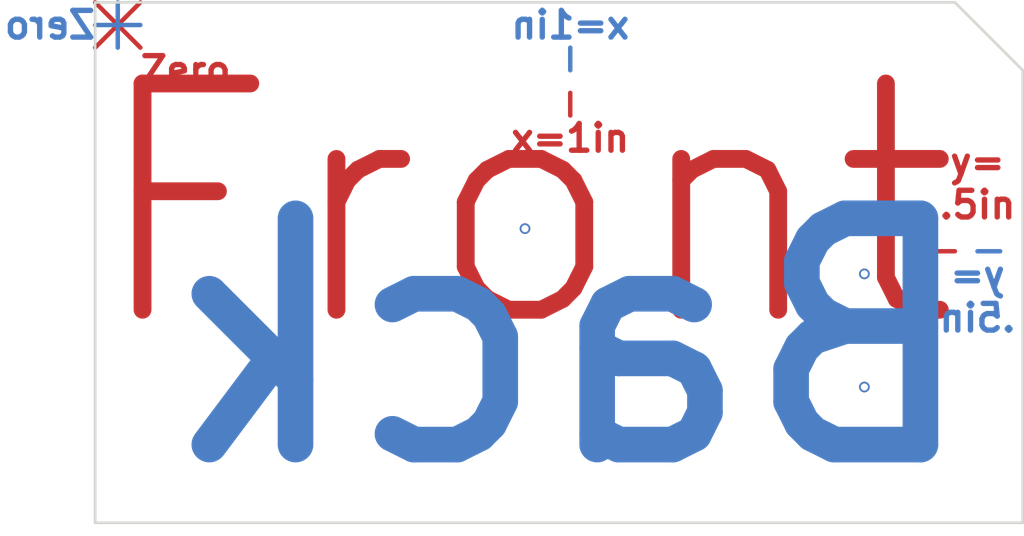
<source format=kicad_pcb>
(kicad_pcb (version 20171130) (host pcbnew 5.0.2+dfsg1-1)

  (general
    (thickness 1.6)
    (drawings 13)
    (tracks 11)
    (zones 0)
    (modules 0)
    (nets 1)
  )

  (page A4)
  (layers
    (0 F.Cu signal)
    (31 B.Cu signal)
    (32 B.Adhes user)
    (33 F.Adhes user)
    (34 B.Paste user)
    (35 F.Paste user)
    (36 B.SilkS user)
    (37 F.SilkS user)
    (38 B.Mask user)
    (39 F.Mask user)
    (40 Dwgs.User user)
    (41 Cmts.User user)
    (42 Eco1.User user)
    (43 Eco2.User user)
    (44 Edge.Cuts user)
    (45 Margin user)
    (46 B.CrtYd user)
    (47 F.CrtYd user)
    (48 B.Fab user)
    (49 F.Fab user)
  )

  (setup
    (last_trace_width 0.25)
    (trace_clearance 0.2)
    (zone_clearance 0.508)
    (zone_45_only no)
    (trace_min 0.2)
    (segment_width 0.2)
    (edge_width 0.15)
    (via_size 0.6)
    (via_drill 0.4)
    (via_min_size 0.4)
    (via_min_drill 0.3)
    (uvia_size 0.3)
    (uvia_drill 0.1)
    (uvias_allowed no)
    (uvia_min_size 0.2)
    (uvia_min_drill 0.1)
    (pcb_text_width 0.3)
    (pcb_text_size 1.5 1.5)
    (mod_edge_width 0.15)
    (mod_text_size 1 1)
    (mod_text_width 0.15)
    (pad_size 1.524 1.524)
    (pad_drill 0.762)
    (pad_to_mask_clearance 0.2)
    (solder_mask_min_width 0.25)
    (aux_axis_origin 0 0)
    (visible_elements FFFFFF7F)
    (pcbplotparams
      (layerselection 0x01000_ffffffff)
      (usegerberextensions false)
      (usegerberattributes false)
      (usegerberadvancedattributes false)
      (creategerberjobfile false)
      (excludeedgelayer true)
      (linewidth 0.100000)
      (plotframeref false)
      (viasonmask false)
      (mode 1)
      (useauxorigin false)
      (hpglpennumber 1)
      (hpglpenspeed 20)
      (hpglpendiameter 15.000000)
      (psnegative false)
      (psa4output false)
      (plotreference true)
      (plotvalue true)
      (plotinvisibletext false)
      (padsonsilk false)
      (subtractmaskfromsilk false)
      (outputformat 1)
      (mirror false)
      (drillshape 0)
      (scaleselection 1)
      (outputdirectory ""))
  )

  (net 0 "")

  (net_class Default "This is the default net class."
    (clearance 0.2)
    (trace_width 0.25)
    (via_dia 0.6)
    (via_drill 0.4)
    (uvia_dia 0.3)
    (uvia_drill 0.1)
  )

  (gr_text "y=\n.5in" (at 48.26 15.24) (layer B.Cu)
    (effects (font (size 1.5 1.5) (thickness 0.3)) (justify mirror))
  )
  (gr_text "y=\n.5in" (at 48.26 8.89) (layer F.Cu)
    (effects (font (size 1.5 1.5) (thickness 0.3)))
  )
  (gr_text x=1in (at 25.4 6.35) (layer F.Cu)
    (effects (font (size 1.5 1.5) (thickness 0.3)))
  )
  (gr_text x=1in (at 25.4 0) (layer B.Cu)
    (effects (font (size 1.5 1.5) (thickness 0.3)) (justify mirror))
  )
  (gr_text Zero (at -3.81 0) (layer B.Cu)
    (effects (font (size 1.5 1.5) (thickness 0.3)) (justify mirror))
  )
  (gr_text Zero (at 3.81 2.54) (layer F.Cu)
    (effects (font (size 1.5 1.5) (thickness 0.3)))
  )
  (gr_text Back (at 25.4 17.78) (layer B.Cu)
    (effects (font (size 12.7 12.7) (thickness 2)) (justify mirror))
  )
  (gr_text Front (at 22.86 10.16) (layer F.Cu)
    (effects (font (size 12.7 12.7) (thickness 1)))
  )
  (gr_line (start -1.27 27.94) (end -1.27 -1.27) (angle 90) (layer Edge.Cuts) (width 0.15))
  (gr_line (start 50.8 27.94) (end -1.27 27.94) (angle 90) (layer Edge.Cuts) (width 0.15))
  (gr_line (start 50.8 2.54) (end 50.8 27.94) (angle 90) (layer Edge.Cuts) (width 0.15))
  (gr_line (start 46.99 -1.27) (end 50.8 2.54) (angle 90) (layer Edge.Cuts) (width 0.15))
  (gr_line (start -1.27 -1.27) (end 46.99 -1.27) (angle 90) (layer Edge.Cuts) (width 0.15))

  (segment (start -1.27 -1.27) (end 1.27 1.27) (width 0.25) (layer F.Cu) (net 0))
  (segment (start 1.27 -1.27) (end -1.27 1.27) (width 0.25) (layer F.Cu) (net 0))
  (segment (start 0 -1.27) (end 0 1.27) (width 0.25) (layer B.Cu) (net 0))
  (segment (start -1.27 0) (end 1.27 0) (width 0.25) (layer B.Cu) (net 0))
  (via (at 22.86 11.43) (size 0.6) (drill 0.4) (layers F.Cu B.Cu) (net 0))
  (via (at 41.91 13.97) (size 0.6) (drill 0.4) (layers F.Cu B.Cu) (net 0))
  (via (at 41.91 20.32) (size 0.6) (drill 0.4) (layers F.Cu B.Cu) (net 0))
  (segment (start 25.4 1.27) (end 25.4 2.54) (width 0.25) (layer B.Cu) (net 0))
  (segment (start 25.4 3.81) (end 25.4 5.08) (width 0.25) (layer F.Cu) (net 0))
  (segment (start 48.26 12.7) (end 49.53 12.7) (width 0.25) (layer B.Cu) (net 0))
  (segment (start 46.99 12.7) (end 45.72 12.7) (width 0.25) (layer F.Cu) (net 0))

)

</source>
